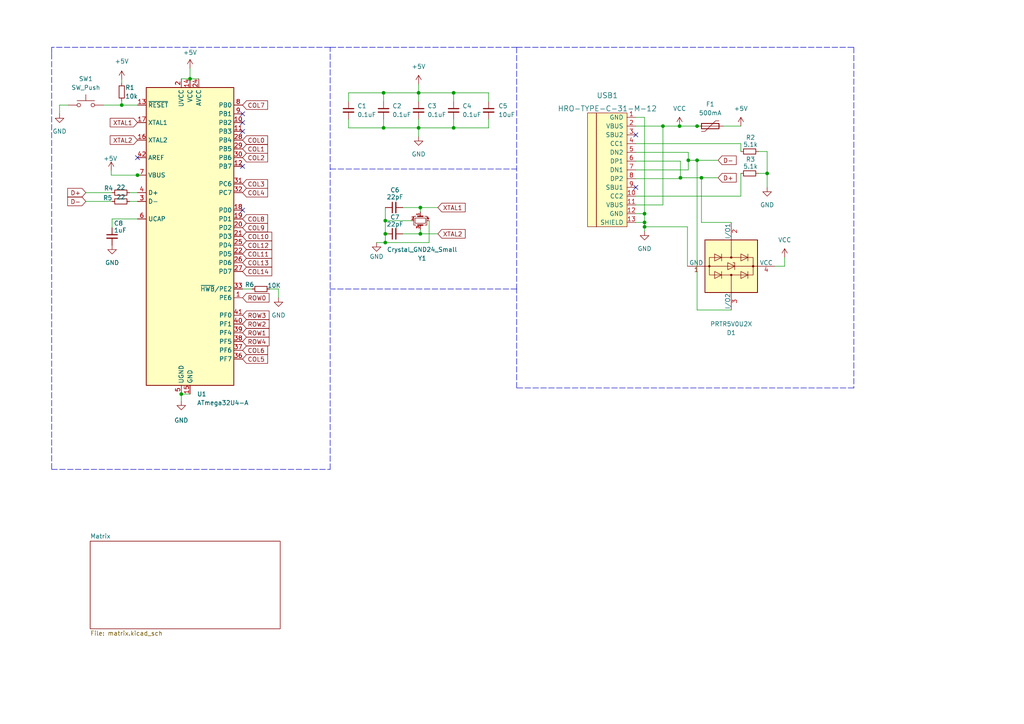
<source format=kicad_sch>
(kicad_sch (version 20211123) (generator eeschema)
  (paper "A4")
  (lib_symbols
    (symbol "Device:C_Small" (pin_numbers hide) (pin_names (offset 0.254) hide)
      (property "Reference" "C" (at 0.254 1.778 0))
      (property "Value" "C_Small" (at 0.254 -2.032 0))
      (symbol "C_Small_0_1"
        (polyline (pts (xy -1.524 -0.508) (xy 1.524 -0.508)) (stroke (width 0.3302)))
        (polyline (pts (xy -1.524 0.508) (xy 1.524 0.508)) (stroke (width 0.3048)))
      )
      (symbol "C_Small_1_1"
        (pin passive line (at 0 2.54 270) (length 2.032) (name "~") (number "1"))
        (pin passive line (at 0 -2.54 90) (length 2.032) (name "~") (number "2"))
      )
    )
    (symbol "Device:Crystal_GND24_Small" (pin_names (offset 1.016) hide)
      (property "Reference" "Y" (at 1.27 4.445 0))
      (property "Value" "Crystal_GND24_Small" (at 1.27 2.54 0))
      (symbol "Crystal_GND24_Small_0_1"
        (rectangle (start -0.762 -1.524) (end 0.762 1.524))
        (polyline (pts (xy -1.27 -0.762) (xy -1.27 0.762)) (stroke (width 0.381)))
        (polyline (pts (xy 1.27 -0.762) (xy 1.27 0.762)) (stroke (width 0.381)))
        (polyline (pts (xy -1.27 -1.27) (xy -1.27 -1.905) (xy 1.27 -1.905) (xy 1.27 -1.27)))
        (polyline (pts (xy -1.27 1.27) (xy -1.27 1.905) (xy 1.27 1.905) (xy 1.27 1.27)))
      )
      (symbol "Crystal_GND24_Small_1_1"
        (pin passive line (at -2.54 0 0) (length 1.27) (name "1") (number "1"))
        (pin passive line (at 0 -2.54 90) (length 0.635) (name "2") (number "2"))
        (pin passive line (at 2.54 0 180) (length 1.27) (name "3") (number "3"))
        (pin passive line (at 0 2.54 270) (length 0.635) (name "4") (number "4"))
      )
    )
    (symbol "Device:Polyfuse" (pin_numbers hide) (pin_names (offset 0))
      (property "Reference" "F" (at -2.54 0 90))
      (property "Value" "Polyfuse" (at 2.54 0 90))
      (symbol "Polyfuse_0_1"
        (rectangle (start -0.762 2.54) (end 0.762 -2.54) (stroke (width 0.254)))
        (polyline (pts (xy 0 2.54) (xy 0 -2.54)))
        (polyline (pts (xy -1.524 2.54) (xy -1.524 1.524) (xy 1.524 -1.524) (xy 1.524 -2.54)))
      )
      (symbol "Polyfuse_1_1"
        (pin passive line (at 0 3.81 270) (length 1.27) (name "~") (number "1"))
        (pin passive line (at 0 -3.81 90) (length 1.27) (name "~") (number "2"))
      )
    )
    (symbol "Device:R_Small" (pin_numbers hide) (pin_names (offset 0.254) hide)
      (property "Reference" "R" (at 0.762 0.508 0))
      (property "Value" "R_Small" (at 0.762 -1.016 0))
      (symbol "R_Small_0_1"
        (rectangle (start -0.762 1.778) (end 0.762 -1.778) (stroke (width 0.2032)))
      )
      (symbol "R_Small_1_1"
        (pin passive line (at 0 2.54 270) (length 0.762) (name "~") (number "1"))
        (pin passive line (at 0 -2.54 90) (length 0.762) (name "~") (number "2"))
      )
    )
    (symbol "MCU_Microchip_ATmega:ATmega32U4-A"
      (property "Reference" "U" (at -12.7 44.45 0))
      (property "Value" "ATmega32U4-A" (at 2.54 -44.45 0))
      (symbol "ATmega32U4-A_0_1"
        (rectangle (start -12.7 -43.18) (end 12.7 43.18) (stroke (width 0.254)) (fill (type background)))
      )
      (symbol "ATmega32U4-A_1_1"
        (pin bidirectional line (at 15.24 -17.78 180) (length 2.54) (name "PE6") (number "1"))
        (pin bidirectional line (at 15.24 33.02 180) (length 2.54) (name "PB2") (number "10"))
        (pin bidirectional line (at 15.24 30.48 180) (length 2.54) (name "PB3") (number "11"))
        (pin bidirectional line (at 15.24 20.32 180) (length 2.54) (name "PB7") (number "12"))
        (pin input line (at -15.24 38.1 0) (length 2.54) (name "~{RESET}") (number "13"))
        (pin power_in line (at 0 45.72 270) (length 2.54) (name "VCC") (number "14"))
        (pin power_in line (at 0 -45.72 90) (length 2.54) (name "GND") (number "15"))
        (pin output line (at -15.24 27.94 0) (length 2.54) (name "XTAL2") (number "16"))
        (pin input line (at -15.24 33.02 0) (length 2.54) (name "XTAL1") (number "17"))
        (pin bidirectional line (at 15.24 7.62 180) (length 2.54) (name "PD0") (number "18"))
        (pin bidirectional line (at 15.24 5.08 180) (length 2.54) (name "PD1") (number "19"))
        (pin power_in line (at -2.54 45.72 270) (length 2.54) (name "UVCC") (number "2"))
        (pin bidirectional line (at 15.24 2.54 180) (length 2.54) (name "PD2") (number "20"))
        (pin bidirectional line (at 15.24 0 180) (length 2.54) (name "PD3") (number "21"))
        (pin bidirectional line (at 15.24 -5.08 180) (length 2.54) (name "PD5") (number "22"))
        (pin passive line (at 0 -45.72 90) (length 2.54) hide (name "GND") (number "23"))
        (pin power_in line (at 2.54 45.72 270) (length 2.54) (name "AVCC") (number "24"))
        (pin bidirectional line (at 15.24 -2.54 180) (length 2.54) (name "PD4") (number "25"))
        (pin bidirectional line (at 15.24 -7.62 180) (length 2.54) (name "PD6") (number "26"))
        (pin bidirectional line (at 15.24 -10.16 180) (length 2.54) (name "PD7") (number "27"))
        (pin bidirectional line (at 15.24 27.94 180) (length 2.54) (name "PB4") (number "28"))
        (pin bidirectional line (at 15.24 25.4 180) (length 2.54) (name "PB5") (number "29"))
        (pin bidirectional line (at -15.24 10.16 0) (length 2.54) (name "D-") (number "3"))
        (pin bidirectional line (at 15.24 22.86 180) (length 2.54) (name "PB6") (number "30"))
        (pin bidirectional line (at 15.24 15.24 180) (length 2.54) (name "PC6") (number "31"))
        (pin bidirectional line (at 15.24 12.7 180) (length 2.54) (name "PC7") (number "32"))
        (pin bidirectional line (at 15.24 -15.24 180) (length 2.54) (name "~{HWB}/PE2") (number "33"))
        (pin passive line (at 0 45.72 270) (length 2.54) hide (name "VCC") (number "34"))
        (pin passive line (at 0 -45.72 90) (length 2.54) hide (name "GND") (number "35"))
        (pin bidirectional line (at 15.24 -35.56 180) (length 2.54) (name "PF7") (number "36"))
        (pin bidirectional line (at 15.24 -33.02 180) (length 2.54) (name "PF6") (number "37"))
        (pin bidirectional line (at 15.24 -30.48 180) (length 2.54) (name "PF5") (number "38"))
        (pin bidirectional line (at 15.24 -27.94 180) (length 2.54) (name "PF4") (number "39"))
        (pin bidirectional line (at -15.24 12.7 0) (length 2.54) (name "D+") (number "4"))
        (pin bidirectional line (at 15.24 -25.4 180) (length 2.54) (name "PF1") (number "40"))
        (pin bidirectional line (at 15.24 -22.86 180) (length 2.54) (name "PF0") (number "41"))
        (pin passive line (at -15.24 22.86 0) (length 2.54) (name "AREF") (number "42"))
        (pin passive line (at 0 -45.72 90) (length 2.54) hide (name "GND") (number "43"))
        (pin passive line (at 2.54 45.72 270) (length 2.54) hide (name "AVCC") (number "44"))
        (pin passive line (at -2.54 -45.72 90) (length 2.54) (name "UGND") (number "5"))
        (pin passive line (at -15.24 5.08 0) (length 2.54) (name "UCAP") (number "6"))
        (pin input line (at -15.24 17.78 0) (length 2.54) (name "VBUS") (number "7"))
        (pin bidirectional line (at 15.24 38.1 180) (length 2.54) (name "PB0") (number "8"))
        (pin bidirectional line (at 15.24 35.56 180) (length 2.54) (name "PB1") (number "9"))
      )
    )
    (symbol "Power_Protection:PRTR5V0U2X" (pin_names (offset 0))
      (property "Reference" "D" (at 2.794 8.636 0))
      (property "Value" "PRTR5V0U2X" (at 8.128 -9.398 0))
      (symbol "PRTR5V0U2X_0_1"
        (rectangle (start -7.62 -7.62) (end 7.62 7.62) (stroke (width 0.254)) (fill (type background)))
        (circle (center -2.54 0) (radius 0.254) (fill (type outline)))
        (rectangle (start -2.54 6.35) (end 2.54 -6.35))
        (circle (center 0 -6.35) (radius 0.254) (fill (type outline)))
        (polyline (pts (xy -2.54 0) (xy -7.62 0)))
        (polyline (pts (xy -1.524 -2.794) (xy -3.556 -2.794)))
        (polyline (pts (xy -1.524 4.826) (xy -3.556 4.826)))
        (polyline (pts (xy 0 -7.62) (xy 0 7.62)))
        (polyline (pts (xy 1.524 -2.794) (xy 3.556 -2.794)))
        (polyline (pts (xy 1.524 4.826) (xy 3.556 4.826)))
        (polyline (pts (xy 2.54 0) (xy 7.62 0)))
        (polyline (pts (xy 1.016 1.016) (xy -1.016 1.016) (xy -1.016 0.508)))
        (polyline (pts (xy -3.556 -4.826) (xy -1.524 -4.826) (xy -2.54 -2.794) (xy -3.556 -4.826)))
        (polyline (pts (xy -3.556 2.794) (xy -1.524 2.794) (xy -2.54 4.826) (xy -3.556 2.794)))
        (polyline (pts (xy -1.016 -1.016) (xy 1.016 -1.016) (xy 0 1.016) (xy -1.016 -1.016)))
        (polyline (pts (xy 3.556 -4.826) (xy 1.524 -4.826) (xy 2.54 -2.794) (xy 3.556 -4.826)))
        (polyline (pts (xy 3.556 2.794) (xy 1.524 2.794) (xy 2.54 4.826) (xy 3.556 2.794)))
        (circle (center 0 6.35) (radius 0.254) (fill (type outline)))
        (circle (center 2.54 0) (radius 0.254) (fill (type outline)))
      )
      (symbol "PRTR5V0U2X_1_1"
        (pin passive line (at 0 -12.7 90) (length 5.08) (name "GND") (number "1"))
        (pin passive line (at -12.7 0 0) (length 5.08) (name "I/O1") (number "2"))
        (pin passive line (at 12.7 0 180) (length 5.08) (name "I/O2") (number "3"))
        (pin passive line (at 0 12.7 270) (length 5.08) (name "VCC") (number "4"))
      )
    )
    (symbol "Switch:SW_Push" (pin_numbers hide) (pin_names (offset 1.016) hide)
      (property "Reference" "SW" (at 1.27 2.54 0))
      (property "Value" "SW_Push" (at 0 -1.524 0))
      (symbol "SW_Push_0_1"
        (circle (center -2.032 0) (radius 0.508))
        (polyline (pts (xy 0 1.27) (xy 0 3.048)))
        (polyline (pts (xy 2.54 1.27) (xy -2.54 1.27)))
        (circle (center 2.032 0) (radius 0.508))
        (pin passive line (at -5.08 0 0) (length 2.54) (name "1") (number "1"))
        (pin passive line (at 5.08 0 180) (length 2.54) (name "2") (number "2"))
      )
    )
    (symbol "Type-C:HRO-TYPE-C-31-M-12" (pin_names (offset 1.016))
      (property "Reference" "USB" (at -5.08 16.51 0))
      (property "Value" "HRO-TYPE-C-31-M-12" (at -10.16 -1.27 90))
      (symbol "HRO-TYPE-C-31-M-12_0_1"
        (rectangle (start -11.43 15.24) (end -8.89 -17.78) (fill (type background)))
        (rectangle (start 0 -17.78) (end -8.89 15.24) (fill (type background)))
      )
      (symbol "HRO-TYPE-C-31-M-12_1_1"
        (pin input line (at 2.54 13.97 180) (length 2.54) (name "GND") (number "1"))
        (pin input line (at 2.54 -8.89 180) (length 2.54) (name "CC2") (number "10"))
        (pin input line (at 2.54 -11.43 180) (length 2.54) (name "VBUS") (number "11"))
        (pin input line (at 2.54 -13.97 180) (length 2.54) (name "GND") (number "12"))
        (pin input line (at 2.54 -16.51 180) (length 2.54) (name "SHIELD") (number "13"))
        (pin input line (at 2.54 11.43 180) (length 2.54) (name "VBUS") (number "2"))
        (pin input line (at 2.54 8.89 180) (length 2.54) (name "SBU2") (number "3"))
        (pin input line (at 2.54 6.35 180) (length 2.54) (name "CC1") (number "4"))
        (pin input line (at 2.54 3.81 180) (length 2.54) (name "DN2") (number "5"))
        (pin input line (at 2.54 1.27 180) (length 2.54) (name "DP1") (number "6"))
        (pin input line (at 2.54 -1.27 180) (length 2.54) (name "DN1") (number "7"))
        (pin input line (at 2.54 -3.81 180) (length 2.54) (name "DP2") (number "8"))
        (pin input line (at 2.54 -6.35 180) (length 2.54) (name "SBU1") (number "9"))
      )
    )
    (symbol "power:+5V" (power) (pin_names (offset 0))
      (property "Value" "+5V" (at 0 3.556 0))
      (symbol "+5V_0_1"
        (polyline (pts (xy -0.762 1.27) (xy 0 2.54)))
        (polyline (pts (xy 0 0) (xy 0 2.54)))
        (polyline (pts (xy 0 2.54) (xy 0.762 1.27)))
      )
      (symbol "+5V_1_1"
        (pin power_in line (at 0 0 90) (length 0) hide (name "+5V") (number "1"))
      )
    )
    (symbol "power:GND" (power) (pin_names (offset 0))
      (property "Value" "GND" (at 0 -3.81 0))
      (symbol "GND_0_1"
        (polyline (pts (xy 0 0) (xy 0 -1.27) (xy 1.27 -1.27) (xy 0 -2.54) (xy -1.27 -1.27) (xy 0 -1.27)))
      )
      (symbol "GND_1_1"
        (pin power_in line (at 0 0 270) (length 0) hide (name "GND") (number "1"))
      )
    )
    (symbol "power:VCC" (power) (pin_names (offset 0))
      (property "Value" "VCC" (at 0 3.81 0))
      (symbol "VCC_0_1"
        (polyline (pts (xy -0.762 1.27) (xy 0 2.54)))
        (polyline (pts (xy 0 0) (xy 0 2.54)))
        (polyline (pts (xy 0 2.54) (xy 0.762 1.27)))
      )
      (symbol "VCC_1_1"
        (pin power_in line (at 0 0 90) (length 0) hide (name "VCC") (number "1"))
      )
    )
  )
  (junction (at 55.118 22.86))
  (junction (at 111.252 37.084))
  (junction (at 121.92 60.198))
  (junction (at 111.76 70.358))
  (junction (at 111.76 67.818))
  (junction (at 39.878 50.8))
  (junction (at 202.184 46.482))
  (junction (at 192.278 36.576))
  (junction (at 197.104 36.576))
  (junction (at 197.358 51.562))
  (junction (at 121.92 67.818))
  (junction (at 131.572 26.924))
  (junction (at 186.944 64.516))
  (junction (at 52.578 114.3))
  (junction (at 199.644 46.482))
  (junction (at 35.306 30.48))
  (junction (at 186.944 61.976))
  (junction (at 203.454 51.562))
  (junction (at 202.184 36.576))
  (junction (at 121.412 26.924))
  (junction (at 131.572 37.084))
  (junction (at 186.944 65.786))
  (junction (at 222.504 50.292))
  (junction (at 111.252 26.924))
  (junction (at 121.412 37.084))
  (junction (at 111.76 64.008))
  (no_connect (at 39.878 45.72))
  (no_connect (at 70.358 33.02))
  (no_connect (at 70.358 35.56))
  (no_connect (at 70.358 38.1))
  (no_connect (at 70.358 48.26))
  (no_connect (at 70.358 60.96))
  (no_connect (at 184.404 39.116))
  (no_connect (at 184.404 54.356))
  (wire (pts (xy 55.118 22.86) (xy 57.658 22.86)))
  (wire (pts (xy 111.76 64.008) (xy 119.38 64.008)))
  (wire (pts (xy 111.76 67.818) (xy 111.76 70.358)))
  (wire (pts (xy 121.412 26.924) (xy 131.572 26.924)))
  (wire (pts (xy 184.404 44.196) (xy 199.644 44.196)))
  (polyline (pts (xy 149.86 13.716) (xy 149.86 83.82)))
  (wire (pts (xy 24.892 58.42) (xy 32.512 58.42)))
  (wire (pts (xy 32.258 50.8) (xy 32.258 49.53)))
  (wire (pts (xy 222.504 43.942) (xy 222.504 50.292)))
  (wire (pts (xy 227.584 77.216) (xy 227.584 74.676)))
  (wire (pts (xy 184.404 59.436) (xy 192.278 59.436)))
  (wire (pts (xy 121.92 67.818) (xy 127 67.818)))
  (wire (pts (xy 199.644 46.482) (xy 199.644 49.276)))
  (wire (pts (xy 197.358 51.562) (xy 197.358 51.816)))
  (wire (pts (xy 199.39 77.216) (xy 199.39 65.786)))
  (wire (pts (xy 131.572 26.924) (xy 131.572 29.464)))
  (polyline (pts (xy 95.758 136.144) (xy 95.758 13.716)))
  (polyline (pts (xy 149.86 112.522) (xy 149.86 83.82)))
  (wire (pts (xy 52.578 22.86) (xy 55.118 22.86)))
  (wire (pts (xy 214.884 50.292) (xy 214.884 56.896)))
  (wire (pts (xy 37.592 58.42) (xy 39.878 58.42)))
  (wire (pts (xy 111.76 70.358) (xy 109.22 70.358)))
  (wire (pts (xy 121.412 37.084) (xy 131.572 37.084)))
  (wire (pts (xy 199.644 46.482) (xy 202.184 46.482)))
  (wire (pts (xy 184.404 34.036) (xy 186.944 34.036)))
  (polyline (pts (xy 14.986 136.144) (xy 95.758 136.144)))
  (wire (pts (xy 186.944 65.786) (xy 186.944 67.056)))
  (wire (pts (xy 35.306 29.21) (xy 35.306 30.48)))
  (wire (pts (xy 35.306 30.48) (xy 39.878 30.48)))
  (wire (pts (xy 37.592 55.88) (xy 39.878 55.88)))
  (wire (pts (xy 78.232 83.82) (xy 80.772 83.82)))
  (polyline (pts (xy 14.986 13.716) (xy 14.986 15.494)))
  (wire (pts (xy 202.184 36.576) (xy 202.438 36.576)))
  (wire (pts (xy 35.306 23.114) (xy 35.306 24.13)))
  (wire (pts (xy 121.92 60.198) (xy 116.84 60.198)))
  (wire (pts (xy 131.572 37.084) (xy 131.572 34.544)))
  (wire (pts (xy 111.76 60.198) (xy 111.76 64.008)))
  (wire (pts (xy 52.578 114.3) (xy 55.118 114.3)))
  (wire (pts (xy 111.76 64.008) (xy 111.76 67.818)))
  (polyline (pts (xy 95.758 13.716) (xy 14.986 13.716)))
  (wire (pts (xy 121.92 61.468) (xy 121.92 60.198)))
  (wire (pts (xy 40.132 50.8) (xy 39.878 50.8)))
  (wire (pts (xy 203.454 64.516) (xy 203.454 51.562)))
  (wire (pts (xy 199.644 44.196) (xy 199.644 46.482)))
  (polyline (pts (xy 95.758 49.022) (xy 149.86 49.022)))
  (wire (pts (xy 101.092 29.464) (xy 101.092 26.924)))
  (wire (pts (xy 121.92 66.548) (xy 121.92 67.818)))
  (wire (pts (xy 224.79 77.216) (xy 227.584 77.216)))
  (polyline (pts (xy 149.86 13.716) (xy 247.65 13.716)))
  (wire (pts (xy 80.772 83.82) (xy 80.772 86.36)))
  (wire (pts (xy 192.278 59.436) (xy 192.278 36.576)))
  (wire (pts (xy 24.892 55.88) (xy 32.512 55.88)))
  (wire (pts (xy 203.454 51.562) (xy 208.28 51.562)))
  (wire (pts (xy 141.732 37.084) (xy 141.732 34.544)))
  (wire (pts (xy 202.184 89.916) (xy 202.184 46.482)))
  (wire (pts (xy 184.404 41.656) (xy 214.884 41.656)))
  (wire (pts (xy 186.944 34.036) (xy 186.944 61.976)))
  (wire (pts (xy 19.812 30.48) (xy 17.272 30.48)))
  (polyline (pts (xy 149.86 83.82) (xy 95.758 83.82)))
  (wire (pts (xy 197.358 51.816) (xy 184.404 51.816)))
  (wire (pts (xy 121.412 37.084) (xy 121.412 39.624)))
  (polyline (pts (xy 95.758 13.716) (xy 149.86 13.716)))
  (wire (pts (xy 222.504 50.292) (xy 219.964 50.292)))
  (wire (pts (xy 121.92 60.198) (xy 127 60.198)))
  (wire (pts (xy 29.972 30.48) (xy 35.306 30.48)))
  (wire (pts (xy 186.944 64.516) (xy 184.404 64.516)))
  (wire (pts (xy 192.278 36.576) (xy 197.104 36.576)))
  (wire (pts (xy 199.39 65.786) (xy 186.944 65.786)))
  (wire (pts (xy 101.092 26.924) (xy 111.252 26.924)))
  (wire (pts (xy 202.184 46.482) (xy 208.28 46.482)))
  (wire (pts (xy 197.358 46.736) (xy 197.358 51.562)))
  (polyline (pts (xy 14.986 15.494) (xy 14.986 136.144)))
  (wire (pts (xy 111.252 37.084) (xy 121.412 37.084)))
  (wire (pts (xy 184.404 46.736) (xy 197.358 46.736)))
  (wire (pts (xy 186.944 61.976) (xy 186.944 64.516)))
  (wire (pts (xy 32.512 66.04) (xy 32.512 63.5)))
  (wire (pts (xy 32.512 63.5) (xy 39.878 63.5)))
  (wire (pts (xy 101.092 37.084) (xy 111.252 37.084)))
  (wire (pts (xy 124.46 70.358) (xy 111.76 70.358)))
  (wire (pts (xy 17.272 30.48) (xy 17.272 33.02)))
  (wire (pts (xy 101.092 34.544) (xy 101.092 37.084)))
  (wire (pts (xy 52.578 114.3) (xy 52.578 116.332)))
  (wire (pts (xy 214.884 56.896) (xy 184.404 56.896)))
  (wire (pts (xy 131.572 26.924) (xy 141.732 26.924)))
  (wire (pts (xy 197.358 51.562) (xy 203.454 51.562)))
  (wire (pts (xy 209.804 36.576) (xy 214.884 36.576)))
  (wire (pts (xy 214.884 41.656) (xy 214.884 43.942)))
  (wire (pts (xy 121.412 29.464) (xy 121.412 26.924)))
  (wire (pts (xy 111.252 34.544) (xy 111.252 37.084)))
  (wire (pts (xy 131.572 37.084) (xy 141.732 37.084)))
  (wire (pts (xy 212.09 64.516) (xy 203.454 64.516)))
  (wire (pts (xy 111.252 26.924) (xy 121.412 26.924)))
  (polyline (pts (xy 247.65 13.716) (xy 247.65 112.522)))
  (wire (pts (xy 212.09 89.916) (xy 202.184 89.916)))
  (wire (pts (xy 197.104 36.576) (xy 202.184 36.576)))
  (wire (pts (xy 55.118 19.812) (xy 55.118 22.86)))
  (wire (pts (xy 186.944 64.516) (xy 186.944 65.786)))
  (wire (pts (xy 222.504 50.292) (xy 222.504 54.356)))
  (wire (pts (xy 219.964 43.942) (xy 222.504 43.942)))
  (wire (pts (xy 121.412 34.544) (xy 121.412 37.084)))
  (wire (pts (xy 184.404 36.576) (xy 192.278 36.576)))
  (wire (pts (xy 121.92 67.818) (xy 116.84 67.818)))
  (wire (pts (xy 121.412 24.384) (xy 121.412 26.924)))
  (polyline (pts (xy 247.65 112.522) (xy 149.86 112.522)))
  (wire (pts (xy 39.878 50.8) (xy 32.258 50.8)))
  (wire (pts (xy 184.404 61.976) (xy 186.944 61.976)))
  (wire (pts (xy 111.252 26.924) (xy 111.252 29.464)))
  (wire (pts (xy 199.644 49.276) (xy 184.404 49.276)))
  (wire (pts (xy 141.732 26.924) (xy 141.732 29.464)))
  (wire (pts (xy 124.46 64.008) (xy 124.46 70.358)))
  (wire (pts (xy 70.358 83.82) (xy 73.152 83.82)))
  (global_label "D+" (shape input) (at 208.28 51.562 0) (property "Intersheet References" "${INTERSHEET_REFS}" (effects hide)))
  (global_label "XTAL1" (shape input) (at 127 60.198 0) (property "Intersheet References" "${INTERSHEET_REFS}" (effects hide)))
  (global_label "D-" (shape input) (at 208.28 46.482 0) (property "Intersheet References" "${INTERSHEET_REFS}" (effects hide)))
  (global_label "COL14" (shape input) (at 70.358 78.74 0) (property "Intersheet References" "${INTERSHEET_REFS}" (effects hide)))
  (global_label "COL1" (shape input) (at 70.358 43.18 0) (property "Intersheet References" "${INTERSHEET_REFS}" (effects hide)))
  (global_label "XTAL2" (shape input) (at 39.878 40.64 180) (property "Intersheet References" "${INTERSHEET_REFS}" (effects hide)))
  (global_label "COL3" (shape input) (at 70.358 53.34 0) (property "Intersheet References" "${INTERSHEET_REFS}" (effects hide)))
  (global_label "D+" (shape input) (at 24.892 55.88 180) (property "Intersheet References" "${INTERSHEET_REFS}" (effects hide)))
  (global_label "ROW4" (shape input) (at 70.358 99.06 0) (property "Intersheet References" "${INTERSHEET_REFS}" (effects hide)))
  (global_label "COL5" (shape input) (at 70.358 104.14 0) (property "Intersheet References" "${INTERSHEET_REFS}" (effects hide)))
  (global_label "COL2" (shape input) (at 70.358 45.72 0) (property "Intersheet References" "${INTERSHEET_REFS}" (effects hide)))
  (global_label "COL9" (shape input) (at 70.358 66.04 0) (property "Intersheet References" "${INTERSHEET_REFS}" (effects hide)))
  (global_label "COL12" (shape input) (at 70.358 71.12 0) (property "Intersheet References" "${INTERSHEET_REFS}" (effects hide)))
  (global_label "COL10" (shape input) (at 70.358 68.58 0) (property "Intersheet References" "${INTERSHEET_REFS}" (effects hide)))
  (global_label "COL8" (shape input) (at 70.358 63.5 0) (property "Intersheet References" "${INTERSHEET_REFS}" (effects hide)))
  (global_label "XTAL1" (shape input) (at 39.878 35.56 180) (property "Intersheet References" "${INTERSHEET_REFS}" (effects hide)))
  (global_label "COL7" (shape input) (at 70.358 30.48 0) (property "Intersheet References" "${INTERSHEET_REFS}" (effects hide)))
  (global_label "ROW0" (shape input) (at 70.358 86.36 0) (property "Intersheet References" "${INTERSHEET_REFS}" (effects hide)))
  (global_label "ROW3" (shape input) (at 70.358 91.44 0) (property "Intersheet References" "${INTERSHEET_REFS}" (effects hide)))
  (global_label "XTAL2" (shape input) (at 127 67.818 0) (property "Intersheet References" "${INTERSHEET_REFS}" (effects hide)))
  (global_label "COL6" (shape input) (at 70.358 101.6 0) (property "Intersheet References" "${INTERSHEET_REFS}" (effects hide)))
  (global_label "COL4" (shape input) (at 70.358 55.88 0) (property "Intersheet References" "${INTERSHEET_REFS}" (effects hide)))
  (global_label "ROW1" (shape input) (at 70.358 96.52 0) (property "Intersheet References" "${INTERSHEET_REFS}" (effects hide)))
  (global_label "COL11" (shape input) (at 70.358 73.66 0) (property "Intersheet References" "${INTERSHEET_REFS}" (effects hide)))
  (global_label "ROW2" (shape input) (at 70.358 93.98 0) (property "Intersheet References" "${INTERSHEET_REFS}" (effects hide)))
  (global_label "COL0" (shape input) (at 70.358 40.64 0) (property "Intersheet References" "${INTERSHEET_REFS}" (effects hide)))
  (global_label "D-" (shape input) (at 24.892 58.42 180) (property "Intersheet References" "${INTERSHEET_REFS}" (effects hide)))
  (global_label "COL13" (shape input) (at 70.358 76.2 0) (property "Intersheet References" "${INTERSHEET_REFS}" (effects hide)))
  (symbol (lib_id "Switch:SW_Push") (at 24.892 30.48 0) (unit 1)
    (property "Reference" "SW1" (at 24.892 22.86 0))
    (property "Value" "SW_Push" (at 24.892 25.4 0))
    (property "Footprint" "Button_Switch_SMD:SW_SPST_SKQG_WithStem" (effects hide))
  )
  (symbol (lib_id "power:GND") (at 52.578 116.332 0) (unit 1)
    (property "Reference" "#PWR014" (effects hide))
    (property "Value" "GND" (at 52.578 121.92 0))
  )
  (symbol (lib_id "Type-C:HRO-TYPE-C-31-M-12") (at 181.864 48.006 0) (unit 1)
    (property "Reference" "USB1" (at 176.149 27.686 0) (effects (font (size 1.524 1.524))))
    (property "Value" "HRO-TYPE-C-31-M-12" (at 176.149 31.496 0) (effects (font (size 1.524 1.524))))
    (property "Footprint" "Type-C:HRO-TYPE-C-31-M-12-HandSoldering" (effects hide))
  )
  (symbol (lib_id "Device:C_Small") (at 131.572 32.004 0) (unit 1)
    (property "Reference" "C4" (at 134.112 30.7402 0) (effects (justify left)))
    (property "Value" "0.1uF" (at 134.112 33.2802 0) (effects (justify left)))
    (property "Footprint" "Capacitor_SMD:C_0805_2012Metric_Pad1.18x1.45mm_HandSolder" (effects hide))
  )
  (symbol (lib_id "power:VCC") (at 227.584 74.676 0) (unit 1)
    (property "Reference" "#PWR012" (effects hide))
    (property "Value" "VCC" (at 227.584 69.596 0))
  )
  (symbol (lib_id "Device:C_Small") (at 114.3 67.818 90) (unit 1)
    (property "Reference" "C7" (at 114.554 62.992 90))
    (property "Value" "22pF" (at 114.554 65.024 90))
    (property "Footprint" "Capacitor_SMD:C_0805_2012Metric_Pad1.18x1.45mm_HandSolder" (effects hide))
  )
  (symbol (lib_id "power:+5V") (at 32.258 49.53 0) (unit 1)
    (property "Reference" "#PWR08" (effects hide))
    (property "Value" "+5V" (at 32.004 45.974 0))
  )
  (symbol (lib_id "Device:R_Small") (at 35.052 58.42 90) (unit 1)
    (property "Reference" "R5" (at 31.242 57.404 90))
    (property "Value" "22" (at 35.052 57.15 90))
    (property "Footprint" "Resistor_SMD:R_0805_2012Metric_Pad1.20x1.40mm_HandSolder" (effects hide))
  )
  (symbol (lib_id "Device:R_Small") (at 35.052 55.88 90) (unit 1)
    (property "Reference" "R4" (at 31.496 54.61 90))
    (property "Value" "22" (at 35.052 54.356 90))
    (property "Footprint" "Resistor_SMD:R_0805_2012Metric_Pad1.20x1.40mm_HandSolder" (effects hide))
  )
  (symbol (lib_id "Device:C_Small") (at 121.412 32.004 0) (unit 1)
    (property "Reference" "C3" (at 123.952 30.7402 0) (effects (justify left)))
    (property "Value" "0.1uF" (at 123.952 33.2802 0) (effects (justify left)))
    (property "Footprint" "Capacitor_SMD:C_0805_2012Metric_Pad1.18x1.45mm_HandSolder" (effects hide))
  )
  (symbol (lib_id "Device:C_Small") (at 111.252 32.004 0) (unit 1)
    (property "Reference" "C2" (at 113.792 30.7402 0) (effects (justify left)))
    (property "Value" "0.1uF" (at 113.792 33.2802 0) (effects (justify left)))
    (property "Footprint" "Capacitor_SMD:C_0805_2012Metric_Pad1.18x1.45mm_HandSolder" (effects hide))
  )
  (symbol (lib_id "Device:C_Small") (at 114.3 60.198 90) (unit 1)
    (property "Reference" "C6" (at 114.554 55.118 90))
    (property "Value" "22pF" (at 114.554 57.15 90))
    (property "Footprint" "Capacitor_SMD:C_0805_2012Metric_Pad1.18x1.45mm_HandSolder" (effects hide))
  )
  (symbol (lib_id "power:VCC") (at 197.104 36.576 0) (unit 1)
    (property "Reference" "#PWR05" (effects hide))
    (property "Value" "VCC" (at 197.104 31.496 0))
  )
  (symbol (lib_id "Device:R_Small") (at 217.424 43.942 90) (unit 1)
    (property "Reference" "R2" (at 217.678 39.878 90))
    (property "Value" "5.1k" (at 217.678 41.91 90))
    (property "Footprint" "Resistor_SMD:R_0805_2012Metric_Pad1.20x1.40mm_HandSolder" (effects hide))
  )
  (symbol (lib_id "power:+5V") (at 35.306 23.114 0) (unit 1)
    (property "Reference" "#PWR02" (effects hide))
    (property "Value" "+5V" (at 35.306 17.78 0))
  )
  (symbol (lib_id "power:+5V") (at 55.118 19.812 0) (unit 1)
    (property "Reference" "#PWR01" (effects hide))
    (property "Value" "+5V" (at 55.118 15.24 0))
  )
  (symbol (lib_id "Device:R_Small") (at 35.306 26.67 0) (unit 1)
    (property "Reference" "R1" (at 36.322 25.4 0) (effects (justify left)))
    (property "Value" "10k" (at 36.322 27.94 0) (effects (justify left)))
    (property "Footprint" "Resistor_SMD:R_0805_2012Metric_Pad1.20x1.40mm_HandSolder" (effects hide))
  )
  (symbol (lib_id "Device:R_Small") (at 217.424 50.292 90) (unit 1)
    (property "Reference" "R3" (at 217.678 46.228 90))
    (property "Value" "5.1k" (at 217.678 48.26 90))
    (property "Footprint" "Resistor_SMD:R_0805_2012Metric_Pad1.20x1.40mm_HandSolder" (effects hide))
  )
  (symbol (lib_id "power:+5V") (at 121.412 24.384 0) (unit 1)
    (property "Reference" "#PWR03" (effects hide))
    (property "Value" "+5V" (at 121.412 19.304 0))
  )
  (symbol (lib_id "power:GND") (at 17.272 33.02 0) (unit 1)
    (property "Reference" "#PWR04" (effects hide))
    (property "Value" "GND" (at 17.272 38.1 0))
  )
  (symbol (lib_id "MCU_Microchip_ATmega:ATmega32U4-A") (at 55.118 68.58 0) (unit 1)
    (property "Reference" "U1" (at 57.1374 114.3 0) (effects (justify left)))
    (property "Value" "ATmega32U4-A" (at 57.1374 116.84 0) (effects (justify left)))
    (property "Footprint" "Package_QFP:TQFP-44_10x10mm_P0.8mm" (effects hide))
    (property "Datasheet" "http://ww1.microchip.com/downloads/en/DeviceDoc/Atmel-7766-8-bit-AVR-ATmega16U4-32U4_Datasheet.pdf" (effects hide))
  )
  (symbol (lib_id "power:+5V") (at 214.884 36.576 0) (unit 1)
    (property "Reference" "#PWR06" (effects hide))
    (property "Value" "+5V" (at 214.884 31.496 0))
  )
  (symbol (lib_id "Device:C_Small") (at 141.732 32.004 0) (unit 1)
    (property "Reference" "C5" (at 144.526 30.7402 0) (effects (justify left)))
    (property "Value" "10uF" (at 144.526 33.2802 0) (effects (justify left)))
    (property "Footprint" "Capacitor_SMD:C_0805_2012Metric_Pad1.18x1.45mm_HandSolder" (effects hide))
  )
  (symbol (lib_id "power:GND") (at 80.772 86.36 0) (unit 1)
    (property "Reference" "#PWR013" (effects hide))
    (property "Value" "GND" (at 80.772 91.44 0))
  )
  (symbol (lib_id "power:GND") (at 186.944 67.056 0) (unit 1)
    (property "Reference" "#PWR010" (effects hide))
    (property "Value" "GND" (at 186.944 72.136 0))
  )
  (symbol (lib_id "power:GND") (at 222.504 54.356 0) (unit 1)
    (property "Reference" "#PWR09" (effects hide))
    (property "Value" "GND" (at 222.504 59.436 0))
  )
  (symbol (lib_id "Device:C_Small") (at 101.092 32.004 0) (unit 1)
    (property "Reference" "C1" (at 103.632 30.7402 0) (effects (justify left)))
    (property "Value" "0.1uF" (at 103.632 33.2802 0) (effects (justify left)))
    (property "Footprint" "Capacitor_SMD:C_0805_2012Metric_Pad1.18x1.45mm_HandSolder" (effects hide))
  )
  (symbol (lib_id "Power_Protection:PRTR5V0U2X") (at 212.09 77.216 270) (unit 1)
    (property "Reference" "D1" (at 212.09 96.52 90))
    (property "Value" "PRTR5V0U2X" (at 212.09 93.98 90))
    (property "Footprint" "random-keyboard-parts:SOT143B" (effects hide))
    (property "Datasheet" "https://assets.nexperia.com/documents/data-sheet/PRTR5V0U2X.pdf" (effects hide))
  )
  (symbol (lib_id "power:GND") (at 121.412 39.624 0) (unit 1)
    (property "Reference" "#PWR07" (effects hide))
    (property "Value" "GND" (at 121.412 44.704 0))
  )
  (symbol (lib_id "power:GND") (at 32.512 71.12 0) (unit 1)
    (property "Reference" "#PWR0101" (effects hide))
    (property "Value" "GND" (at 32.512 76.2 0))
  )
  (symbol (lib_id "power:GND") (at 109.22 70.358 0) (unit 1)
    (property "Reference" "#PWR011" (effects hide))
    (property "Value" "GND" (at 109.22 74.422 0))
  )
  (symbol (lib_id "Device:R_Small") (at 75.692 83.82 90) (unit 1)
    (property "Reference" "R6" (at 72.39 82.55 90))
    (property "Value" "10K" (at 79.502 82.804 90))
    (property "Footprint" "Resistor_SMD:R_0805_2012Metric_Pad1.20x1.40mm_HandSolder" (effects hide))
  )
  (symbol (lib_id "Device:C_Small") (at 32.512 68.58 0) (unit 1)
    (property "Reference" "C8" (at 33.02 64.77 0) (effects (justify left)))
    (property "Value" "1uF" (at 33.02 66.802 0) (effects (justify left)))
    (property "Footprint" "Capacitor_SMD:C_0805_2012Metric_Pad1.18x1.45mm_HandSolder" (effects hide))
  )
  (symbol (lib_id "Device:Polyfuse") (at 205.994 36.576 90) (unit 1)
    (property "Reference" "F1" (at 205.994 30.226 90))
    (property "Value" "500mA" (at 205.994 32.766 90))
    (property "Footprint" "Fuse:Fuse_1206_3216Metric_Pad1.42x1.75mm_HandSolder" (effects hide))
  )
  (symbol (lib_id "Device:Crystal_GND24_Small") (at 121.92 64.008 270) (unit 1)
    (property "Reference" "Y1" (at 122.428 74.93 90))
    (property "Value" "Crystal_GND24_Small" (at 122.428 72.39 90))
    (property "Footprint" "Crystal:Crystal_SMD_3225-4Pin_3.2x2.5mm_HandSoldering" (effects hide))
  )
  (sheet (at 26.162 156.972) (size 55.118 25.4) (stroke (width 0.1524))
    (property "Sheet name" "Matrix" (at 26.162 156.2604 0) (effects (justify left bottom)))
    (property "Sheet file" "matrix.kicad_sch" (at 26.162 182.9566 0) (effects (justify left top)))
  )
)
</source>
